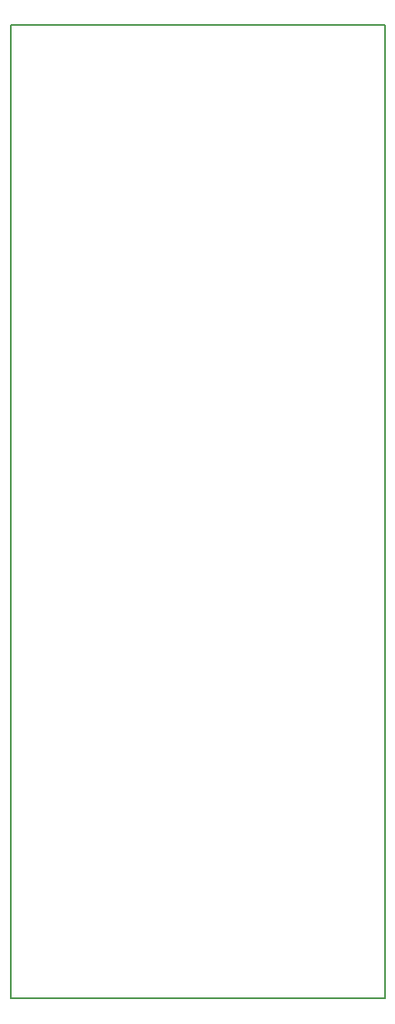
<source format=gbr>
G04 start of page 4 for group 2 idx 2 *
G04 Title: (unknown), outline *
G04 Creator: pcb 4.0.2 *
G04 CreationDate: Thu Feb 20 20:43:15 2020 UTC *
G04 For: ndholmes *
G04 Format: Gerber/RS-274X *
G04 PCB-Dimensions (mil): 1500.00 3900.00 *
G04 PCB-Coordinate-Origin: lower left *
%MOIN*%
%FSLAX25Y25*%
%LNOUTLINE*%
%ADD38C,0.0080*%
G54D38*X0Y390000D02*X150000D01*
Y0D01*
X0D01*
Y390000D01*
M02*

</source>
